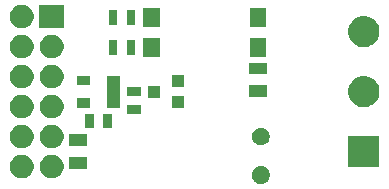
<source format=gbr>
G04 #@! TF.GenerationSoftware,KiCad,Pcbnew,5.0.2*
G04 #@! TF.CreationDate,2020-09-01T14:55:28+02:00*
G04 #@! TF.ProjectId,pmod-linky_tic,706d6f64-2d6c-4696-9e6b-795f7469632e,1*
G04 #@! TF.SameCoordinates,Original*
G04 #@! TF.FileFunction,Soldermask,Top*
G04 #@! TF.FilePolarity,Negative*
%FSLAX46Y46*%
G04 Gerber Fmt 4.6, Leading zero omitted, Abs format (unit mm)*
G04 Created by KiCad (PCBNEW 5.0.2) date mar. 01 sept. 2020 14:55:28 CEST*
%MOMM*%
%LPD*%
G01*
G04 APERTURE LIST*
%ADD10C,0.100000*%
G04 APERTURE END LIST*
D10*
G36*
X153968992Y-111348081D02*
X154105623Y-111404676D01*
X154227760Y-111486286D01*
X154228591Y-111486841D01*
X154333159Y-111591409D01*
X154333161Y-111591412D01*
X154415324Y-111714377D01*
X154471919Y-111851008D01*
X154500770Y-111996056D01*
X154500770Y-112143944D01*
X154471919Y-112288992D01*
X154415324Y-112425623D01*
X154333714Y-112547760D01*
X154333159Y-112548591D01*
X154228591Y-112653159D01*
X154228588Y-112653161D01*
X154105623Y-112735324D01*
X153968992Y-112791919D01*
X153823944Y-112820770D01*
X153676056Y-112820770D01*
X153531008Y-112791919D01*
X153394377Y-112735324D01*
X153271412Y-112653161D01*
X153271409Y-112653159D01*
X153166841Y-112548591D01*
X153166286Y-112547760D01*
X153084676Y-112425623D01*
X153028081Y-112288992D01*
X152999230Y-112143944D01*
X152999230Y-111996056D01*
X153028081Y-111851008D01*
X153084676Y-111714377D01*
X153166839Y-111591412D01*
X153166841Y-111591409D01*
X153271409Y-111486841D01*
X153272240Y-111486286D01*
X153394377Y-111404676D01*
X153531008Y-111348081D01*
X153676056Y-111319230D01*
X153823944Y-111319230D01*
X153968992Y-111348081D01*
X153968992Y-111348081D01*
G37*
G36*
X136331981Y-110387468D02*
X136514150Y-110462925D01*
X136678103Y-110572475D01*
X136817525Y-110711897D01*
X136927075Y-110875850D01*
X137002532Y-111058019D01*
X137041000Y-111251410D01*
X137041000Y-111448590D01*
X137002532Y-111641981D01*
X136927075Y-111824150D01*
X136817525Y-111988103D01*
X136678103Y-112127525D01*
X136514150Y-112237075D01*
X136331981Y-112312532D01*
X136138590Y-112351000D01*
X135941410Y-112351000D01*
X135748019Y-112312532D01*
X135565850Y-112237075D01*
X135401897Y-112127525D01*
X135262475Y-111988103D01*
X135152925Y-111824150D01*
X135077468Y-111641981D01*
X135039000Y-111448590D01*
X135039000Y-111251410D01*
X135077468Y-111058019D01*
X135152925Y-110875850D01*
X135262475Y-110711897D01*
X135401897Y-110572475D01*
X135565850Y-110462925D01*
X135748019Y-110387468D01*
X135941410Y-110349000D01*
X136138590Y-110349000D01*
X136331981Y-110387468D01*
X136331981Y-110387468D01*
G37*
G36*
X133791981Y-110387468D02*
X133974150Y-110462925D01*
X134138103Y-110572475D01*
X134277525Y-110711897D01*
X134387075Y-110875850D01*
X134462532Y-111058019D01*
X134501000Y-111251410D01*
X134501000Y-111448590D01*
X134462532Y-111641981D01*
X134387075Y-111824150D01*
X134277525Y-111988103D01*
X134138103Y-112127525D01*
X133974150Y-112237075D01*
X133848811Y-112288992D01*
X133791981Y-112312532D01*
X133598590Y-112351000D01*
X133401410Y-112351000D01*
X133208019Y-112312532D01*
X133151189Y-112288992D01*
X133025850Y-112237075D01*
X132861897Y-112127525D01*
X132722475Y-111988103D01*
X132612925Y-111824150D01*
X132537468Y-111641981D01*
X132499000Y-111448590D01*
X132499000Y-111251410D01*
X132537468Y-111058019D01*
X132612925Y-110875850D01*
X132722475Y-110711897D01*
X132861897Y-110572475D01*
X133025850Y-110462925D01*
X133208019Y-110387468D01*
X133401410Y-110349000D01*
X133598590Y-110349000D01*
X133791981Y-110387468D01*
X133791981Y-110387468D01*
G37*
G36*
X138999500Y-111528000D02*
X137500500Y-111528000D01*
X137500500Y-110537000D01*
X138999500Y-110537000D01*
X138999500Y-111528000D01*
X138999500Y-111528000D01*
G37*
G36*
X163791000Y-111401000D02*
X161149000Y-111401000D01*
X161149000Y-108759000D01*
X163791000Y-108759000D01*
X163791000Y-111401000D01*
X163791000Y-111401000D01*
G37*
G36*
X133791981Y-107847468D02*
X133974150Y-107922925D01*
X134138103Y-108032475D01*
X134277525Y-108171897D01*
X134387075Y-108335850D01*
X134462532Y-108518019D01*
X134501000Y-108711410D01*
X134501000Y-108908590D01*
X134462532Y-109101981D01*
X134387075Y-109284150D01*
X134277525Y-109448103D01*
X134138103Y-109587525D01*
X133974150Y-109697075D01*
X133791981Y-109772532D01*
X133598590Y-109811000D01*
X133401410Y-109811000D01*
X133208019Y-109772532D01*
X133025850Y-109697075D01*
X132861897Y-109587525D01*
X132722475Y-109448103D01*
X132612925Y-109284150D01*
X132537468Y-109101981D01*
X132499000Y-108908590D01*
X132499000Y-108711410D01*
X132537468Y-108518019D01*
X132612925Y-108335850D01*
X132722475Y-108171897D01*
X132861897Y-108032475D01*
X133025850Y-107922925D01*
X133208019Y-107847468D01*
X133401410Y-107809000D01*
X133598590Y-107809000D01*
X133791981Y-107847468D01*
X133791981Y-107847468D01*
G37*
G36*
X136331981Y-107847468D02*
X136514150Y-107922925D01*
X136678103Y-108032475D01*
X136817525Y-108171897D01*
X136927075Y-108335850D01*
X137002532Y-108518019D01*
X137041000Y-108711410D01*
X137041000Y-108908590D01*
X137002532Y-109101981D01*
X136927075Y-109284150D01*
X136817525Y-109448103D01*
X136678103Y-109587525D01*
X136514150Y-109697075D01*
X136331981Y-109772532D01*
X136138590Y-109811000D01*
X135941410Y-109811000D01*
X135748019Y-109772532D01*
X135565850Y-109697075D01*
X135401897Y-109587525D01*
X135262475Y-109448103D01*
X135152925Y-109284150D01*
X135077468Y-109101981D01*
X135039000Y-108908590D01*
X135039000Y-108711410D01*
X135077468Y-108518019D01*
X135152925Y-108335850D01*
X135262475Y-108171897D01*
X135401897Y-108032475D01*
X135565850Y-107922925D01*
X135748019Y-107847468D01*
X135941410Y-107809000D01*
X136138590Y-107809000D01*
X136331981Y-107847468D01*
X136331981Y-107847468D01*
G37*
G36*
X138999500Y-109623000D02*
X137500500Y-109623000D01*
X137500500Y-108632000D01*
X138999500Y-108632000D01*
X138999500Y-109623000D01*
X138999500Y-109623000D01*
G37*
G36*
X153968992Y-108088081D02*
X154105623Y-108144676D01*
X154146366Y-108171900D01*
X154228591Y-108226841D01*
X154333159Y-108331409D01*
X154333161Y-108331412D01*
X154415324Y-108454377D01*
X154471919Y-108591008D01*
X154500770Y-108736056D01*
X154500770Y-108883944D01*
X154471919Y-109028992D01*
X154415324Y-109165623D01*
X154336126Y-109284150D01*
X154333159Y-109288591D01*
X154228591Y-109393159D01*
X154228588Y-109393161D01*
X154105623Y-109475324D01*
X153968992Y-109531919D01*
X153823944Y-109560770D01*
X153676056Y-109560770D01*
X153531008Y-109531919D01*
X153394377Y-109475324D01*
X153271412Y-109393161D01*
X153271409Y-109393159D01*
X153166841Y-109288591D01*
X153163874Y-109284150D01*
X153084676Y-109165623D01*
X153028081Y-109028992D01*
X152999230Y-108883944D01*
X152999230Y-108736056D01*
X153028081Y-108591008D01*
X153084676Y-108454377D01*
X153166839Y-108331412D01*
X153166841Y-108331409D01*
X153271409Y-108226841D01*
X153353634Y-108171900D01*
X153394377Y-108144676D01*
X153531008Y-108088081D01*
X153676056Y-108059230D01*
X153823944Y-108059230D01*
X153968992Y-108088081D01*
X153968992Y-108088081D01*
G37*
G36*
X141130500Y-108122500D02*
X140393500Y-108122500D01*
X140393500Y-106877500D01*
X141130500Y-106877500D01*
X141130500Y-108122500D01*
X141130500Y-108122500D01*
G37*
G36*
X139606500Y-108122500D02*
X138869500Y-108122500D01*
X138869500Y-106877500D01*
X139606500Y-106877500D01*
X139606500Y-108122500D01*
X139606500Y-108122500D01*
G37*
G36*
X136331981Y-105307468D02*
X136514150Y-105382925D01*
X136678103Y-105492475D01*
X136817525Y-105631897D01*
X136927075Y-105795850D01*
X137002532Y-105978019D01*
X137041000Y-106171410D01*
X137041000Y-106368590D01*
X137002532Y-106561981D01*
X136927075Y-106744150D01*
X136817525Y-106908103D01*
X136678103Y-107047525D01*
X136514150Y-107157075D01*
X136331981Y-107232532D01*
X136138590Y-107271000D01*
X135941410Y-107271000D01*
X135748019Y-107232532D01*
X135565850Y-107157075D01*
X135401897Y-107047525D01*
X135262475Y-106908103D01*
X135152925Y-106744150D01*
X135077468Y-106561981D01*
X135039000Y-106368590D01*
X135039000Y-106171410D01*
X135077468Y-105978019D01*
X135152925Y-105795850D01*
X135262475Y-105631897D01*
X135401897Y-105492475D01*
X135565850Y-105382925D01*
X135748019Y-105307468D01*
X135941410Y-105269000D01*
X136138590Y-105269000D01*
X136331981Y-105307468D01*
X136331981Y-105307468D01*
G37*
G36*
X133791981Y-105307468D02*
X133974150Y-105382925D01*
X134138103Y-105492475D01*
X134277525Y-105631897D01*
X134387075Y-105795850D01*
X134462532Y-105978019D01*
X134501000Y-106171410D01*
X134501000Y-106368590D01*
X134462532Y-106561981D01*
X134387075Y-106744150D01*
X134277525Y-106908103D01*
X134138103Y-107047525D01*
X133974150Y-107157075D01*
X133791981Y-107232532D01*
X133598590Y-107271000D01*
X133401410Y-107271000D01*
X133208019Y-107232532D01*
X133025850Y-107157075D01*
X132861897Y-107047525D01*
X132722475Y-106908103D01*
X132612925Y-106744150D01*
X132537468Y-106561981D01*
X132499000Y-106368590D01*
X132499000Y-106171410D01*
X132537468Y-105978019D01*
X132612925Y-105795850D01*
X132722475Y-105631897D01*
X132861897Y-105492475D01*
X133025850Y-105382925D01*
X133208019Y-105307468D01*
X133401410Y-105269000D01*
X133598590Y-105269000D01*
X133791981Y-105307468D01*
X133791981Y-105307468D01*
G37*
G36*
X143622500Y-106880500D02*
X142377500Y-106880500D01*
X142377500Y-106143500D01*
X143622500Y-106143500D01*
X143622500Y-106880500D01*
X143622500Y-106880500D01*
G37*
G36*
X147274200Y-106397200D02*
X146257800Y-106397200D01*
X146257800Y-105380800D01*
X147274200Y-105380800D01*
X147274200Y-106397200D01*
X147274200Y-106397200D01*
G37*
G36*
X141821380Y-106354020D02*
X140718620Y-106354020D01*
X140718620Y-103645980D01*
X141821380Y-103645980D01*
X141821380Y-106354020D01*
X141821380Y-106354020D01*
G37*
G36*
X139281380Y-106354020D02*
X138178620Y-106354020D01*
X138178620Y-105550980D01*
X139281380Y-105550980D01*
X139281380Y-106354020D01*
X139281380Y-106354020D01*
G37*
G36*
X162770250Y-103712843D02*
X162855322Y-103729765D01*
X162925735Y-103758931D01*
X163095728Y-103829344D01*
X163312092Y-103973914D01*
X163496086Y-104157908D01*
X163640656Y-104374272D01*
X163711069Y-104544265D01*
X163740235Y-104614678D01*
X163791000Y-104869893D01*
X163791000Y-105130107D01*
X163740235Y-105385322D01*
X163714273Y-105448000D01*
X163640656Y-105625728D01*
X163496086Y-105842092D01*
X163312092Y-106026086D01*
X163095728Y-106170656D01*
X162925735Y-106241069D01*
X162855322Y-106270235D01*
X162770250Y-106287157D01*
X162600109Y-106321000D01*
X162339891Y-106321000D01*
X162169750Y-106287157D01*
X162084678Y-106270235D01*
X162014265Y-106241069D01*
X161844272Y-106170656D01*
X161627908Y-106026086D01*
X161443914Y-105842092D01*
X161299344Y-105625728D01*
X161225727Y-105448000D01*
X161199765Y-105385322D01*
X161149000Y-105130107D01*
X161149000Y-104869893D01*
X161199765Y-104614678D01*
X161228931Y-104544265D01*
X161299344Y-104374272D01*
X161443914Y-104157908D01*
X161627908Y-103973914D01*
X161844272Y-103829344D01*
X162014265Y-103758931D01*
X162084678Y-103729765D01*
X162169750Y-103712843D01*
X162339891Y-103679000D01*
X162600109Y-103679000D01*
X162770250Y-103712843D01*
X162770250Y-103712843D01*
G37*
G36*
X145242200Y-105508200D02*
X144225800Y-105508200D01*
X144225800Y-104491800D01*
X145242200Y-104491800D01*
X145242200Y-105508200D01*
X145242200Y-105508200D01*
G37*
G36*
X154249500Y-105448000D02*
X152750500Y-105448000D01*
X152750500Y-104457000D01*
X154249500Y-104457000D01*
X154249500Y-105448000D01*
X154249500Y-105448000D01*
G37*
G36*
X143622500Y-105356500D02*
X142377500Y-105356500D01*
X142377500Y-104619500D01*
X143622500Y-104619500D01*
X143622500Y-105356500D01*
X143622500Y-105356500D01*
G37*
G36*
X136331981Y-102767468D02*
X136514150Y-102842925D01*
X136678103Y-102952475D01*
X136817525Y-103091897D01*
X136927075Y-103255850D01*
X137002532Y-103438019D01*
X137041000Y-103631410D01*
X137041000Y-103828590D01*
X137002532Y-104021981D01*
X136927075Y-104204150D01*
X136817525Y-104368103D01*
X136678103Y-104507525D01*
X136514150Y-104617075D01*
X136331981Y-104692532D01*
X136138590Y-104731000D01*
X135941410Y-104731000D01*
X135748019Y-104692532D01*
X135565850Y-104617075D01*
X135401897Y-104507525D01*
X135262475Y-104368103D01*
X135152925Y-104204150D01*
X135077468Y-104021981D01*
X135039000Y-103828590D01*
X135039000Y-103631410D01*
X135077468Y-103438019D01*
X135152925Y-103255850D01*
X135262475Y-103091897D01*
X135401897Y-102952475D01*
X135565850Y-102842925D01*
X135748019Y-102767468D01*
X135941410Y-102729000D01*
X136138590Y-102729000D01*
X136331981Y-102767468D01*
X136331981Y-102767468D01*
G37*
G36*
X133791981Y-102767468D02*
X133974150Y-102842925D01*
X134138103Y-102952475D01*
X134277525Y-103091897D01*
X134387075Y-103255850D01*
X134462532Y-103438019D01*
X134501000Y-103631410D01*
X134501000Y-103828590D01*
X134462532Y-104021981D01*
X134387075Y-104204150D01*
X134277525Y-104368103D01*
X134138103Y-104507525D01*
X133974150Y-104617075D01*
X133791981Y-104692532D01*
X133598590Y-104731000D01*
X133401410Y-104731000D01*
X133208019Y-104692532D01*
X133025850Y-104617075D01*
X132861897Y-104507525D01*
X132722475Y-104368103D01*
X132612925Y-104204150D01*
X132537468Y-104021981D01*
X132499000Y-103828590D01*
X132499000Y-103631410D01*
X132537468Y-103438019D01*
X132612925Y-103255850D01*
X132722475Y-103091897D01*
X132861897Y-102952475D01*
X133025850Y-102842925D01*
X133208019Y-102767468D01*
X133401410Y-102729000D01*
X133598590Y-102729000D01*
X133791981Y-102767468D01*
X133791981Y-102767468D01*
G37*
G36*
X147274200Y-104619200D02*
X146257800Y-104619200D01*
X146257800Y-103602800D01*
X147274200Y-103602800D01*
X147274200Y-104619200D01*
X147274200Y-104619200D01*
G37*
G36*
X139281380Y-104449020D02*
X138178620Y-104449020D01*
X138178620Y-103645980D01*
X139281380Y-103645980D01*
X139281380Y-104449020D01*
X139281380Y-104449020D01*
G37*
G36*
X154249500Y-103543000D02*
X152750500Y-103543000D01*
X152750500Y-102552000D01*
X154249500Y-102552000D01*
X154249500Y-103543000D01*
X154249500Y-103543000D01*
G37*
G36*
X136331981Y-100227468D02*
X136514150Y-100302925D01*
X136678103Y-100412475D01*
X136817525Y-100551897D01*
X136927075Y-100715850D01*
X137002532Y-100898019D01*
X137041000Y-101091410D01*
X137041000Y-101288590D01*
X137002532Y-101481981D01*
X136927075Y-101664150D01*
X136817525Y-101828103D01*
X136678103Y-101967525D01*
X136514150Y-102077075D01*
X136331981Y-102152532D01*
X136138590Y-102191000D01*
X135941410Y-102191000D01*
X135748019Y-102152532D01*
X135565850Y-102077075D01*
X135401897Y-101967525D01*
X135262475Y-101828103D01*
X135152925Y-101664150D01*
X135077468Y-101481981D01*
X135039000Y-101288590D01*
X135039000Y-101091410D01*
X135077468Y-100898019D01*
X135152925Y-100715850D01*
X135262475Y-100551897D01*
X135401897Y-100412475D01*
X135565850Y-100302925D01*
X135748019Y-100227468D01*
X135941410Y-100189000D01*
X136138590Y-100189000D01*
X136331981Y-100227468D01*
X136331981Y-100227468D01*
G37*
G36*
X133791981Y-100227468D02*
X133974150Y-100302925D01*
X134138103Y-100412475D01*
X134277525Y-100551897D01*
X134387075Y-100715850D01*
X134462532Y-100898019D01*
X134501000Y-101091410D01*
X134501000Y-101288590D01*
X134462532Y-101481981D01*
X134387075Y-101664150D01*
X134277525Y-101828103D01*
X134138103Y-101967525D01*
X133974150Y-102077075D01*
X133791981Y-102152532D01*
X133598590Y-102191000D01*
X133401410Y-102191000D01*
X133208019Y-102152532D01*
X133025850Y-102077075D01*
X132861897Y-101967525D01*
X132722475Y-101828103D01*
X132612925Y-101664150D01*
X132537468Y-101481981D01*
X132499000Y-101288590D01*
X132499000Y-101091410D01*
X132537468Y-100898019D01*
X132612925Y-100715850D01*
X132722475Y-100551897D01*
X132861897Y-100412475D01*
X133025850Y-100302925D01*
X133208019Y-100227468D01*
X133401410Y-100189000D01*
X133598590Y-100189000D01*
X133791981Y-100227468D01*
X133791981Y-100227468D01*
G37*
G36*
X145201000Y-102071000D02*
X143799000Y-102071000D01*
X143799000Y-100469000D01*
X145201000Y-100469000D01*
X145201000Y-102071000D01*
X145201000Y-102071000D01*
G37*
G36*
X154201000Y-102071000D02*
X152799000Y-102071000D01*
X152799000Y-100469000D01*
X154201000Y-100469000D01*
X154201000Y-102071000D01*
X154201000Y-102071000D01*
G37*
G36*
X143130500Y-101872500D02*
X142393500Y-101872500D01*
X142393500Y-100627500D01*
X143130500Y-100627500D01*
X143130500Y-101872500D01*
X143130500Y-101872500D01*
G37*
G36*
X141606500Y-101872500D02*
X140869500Y-101872500D01*
X140869500Y-100627500D01*
X141606500Y-100627500D01*
X141606500Y-101872500D01*
X141606500Y-101872500D01*
G37*
G36*
X162770250Y-98632843D02*
X162855322Y-98649765D01*
X162925735Y-98678931D01*
X163095728Y-98749344D01*
X163312092Y-98893914D01*
X163496086Y-99077908D01*
X163640656Y-99294272D01*
X163711069Y-99464265D01*
X163740235Y-99534678D01*
X163791000Y-99789893D01*
X163791000Y-100050107D01*
X163740712Y-100302926D01*
X163740235Y-100305321D01*
X163640656Y-100545728D01*
X163496086Y-100762092D01*
X163312092Y-100946086D01*
X163095728Y-101090656D01*
X162925735Y-101161069D01*
X162855322Y-101190235D01*
X162770250Y-101207157D01*
X162600109Y-101241000D01*
X162339891Y-101241000D01*
X162169750Y-101207157D01*
X162084678Y-101190235D01*
X162014265Y-101161069D01*
X161844272Y-101090656D01*
X161627908Y-100946086D01*
X161443914Y-100762092D01*
X161299344Y-100545728D01*
X161199765Y-100305321D01*
X161199289Y-100302926D01*
X161149000Y-100050107D01*
X161149000Y-99789893D01*
X161199765Y-99534678D01*
X161228931Y-99464265D01*
X161299344Y-99294272D01*
X161443914Y-99077908D01*
X161627908Y-98893914D01*
X161844272Y-98749344D01*
X162014265Y-98678931D01*
X162084678Y-98649765D01*
X162169750Y-98632843D01*
X162339891Y-98599000D01*
X162600109Y-98599000D01*
X162770250Y-98632843D01*
X162770250Y-98632843D01*
G37*
G36*
X133791981Y-97687468D02*
X133974150Y-97762925D01*
X134138103Y-97872475D01*
X134277525Y-98011897D01*
X134387075Y-98175850D01*
X134462532Y-98358019D01*
X134501000Y-98551410D01*
X134501000Y-98748590D01*
X134462532Y-98941981D01*
X134387075Y-99124150D01*
X134277525Y-99288103D01*
X134138103Y-99427525D01*
X133974150Y-99537075D01*
X133791981Y-99612532D01*
X133598590Y-99651000D01*
X133401410Y-99651000D01*
X133208019Y-99612532D01*
X133025850Y-99537075D01*
X132861897Y-99427525D01*
X132722475Y-99288103D01*
X132612925Y-99124150D01*
X132537468Y-98941981D01*
X132499000Y-98748590D01*
X132499000Y-98551410D01*
X132537468Y-98358019D01*
X132612925Y-98175850D01*
X132722475Y-98011897D01*
X132861897Y-97872475D01*
X133025850Y-97762925D01*
X133208019Y-97687468D01*
X133401410Y-97649000D01*
X133598590Y-97649000D01*
X133791981Y-97687468D01*
X133791981Y-97687468D01*
G37*
G36*
X137091000Y-99651000D02*
X134989000Y-99651000D01*
X134989000Y-97649000D01*
X137091000Y-97649000D01*
X137091000Y-99651000D01*
X137091000Y-99651000D01*
G37*
G36*
X154201000Y-99531000D02*
X152799000Y-99531000D01*
X152799000Y-97929000D01*
X154201000Y-97929000D01*
X154201000Y-99531000D01*
X154201000Y-99531000D01*
G37*
G36*
X145201000Y-99531000D02*
X143799000Y-99531000D01*
X143799000Y-97929000D01*
X145201000Y-97929000D01*
X145201000Y-99531000D01*
X145201000Y-99531000D01*
G37*
G36*
X143130500Y-99372500D02*
X142393500Y-99372500D01*
X142393500Y-98127500D01*
X143130500Y-98127500D01*
X143130500Y-99372500D01*
X143130500Y-99372500D01*
G37*
G36*
X141606500Y-99372500D02*
X140869500Y-99372500D01*
X140869500Y-98127500D01*
X141606500Y-98127500D01*
X141606500Y-99372500D01*
X141606500Y-99372500D01*
G37*
M02*

</source>
